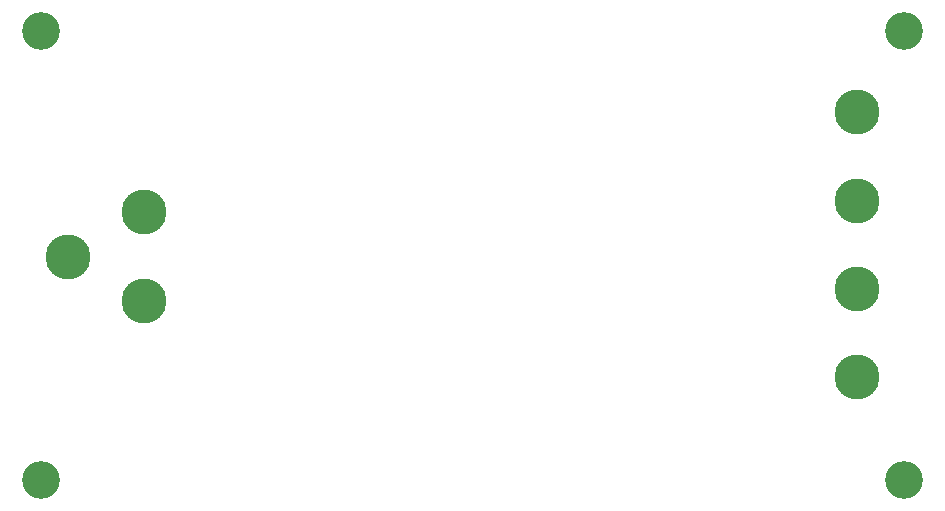
<source format=gbr>
%TF.GenerationSoftware,KiCad,Pcbnew,(5.1.8-0-10_14)*%
%TF.CreationDate,2022-04-27T14:31:31-05:00*%
%TF.ProjectId,PowerBoard,506f7765-7242-46f6-9172-642e6b696361,rev?*%
%TF.SameCoordinates,Original*%
%TF.FileFunction,Soldermask,Bot*%
%TF.FilePolarity,Negative*%
%FSLAX46Y46*%
G04 Gerber Fmt 4.6, Leading zero omitted, Abs format (unit mm)*
G04 Created by KiCad (PCBNEW (5.1.8-0-10_14)) date 2022-04-27 14:31:31*
%MOMM*%
%LPD*%
G01*
G04 APERTURE LIST*
%ADD10C,3.800000*%
%ADD11C,3.200000*%
G04 APERTURE END LIST*
D10*
%TO.C,+15*%
X116408200Y-71992066D03*
%TD*%
D11*
%TO.C,H4*%
X47365800Y-95627400D03*
%TD*%
%TO.C,H3*%
X120365800Y-57627400D03*
%TD*%
%TO.C,H2*%
X120365800Y-95627400D03*
%TD*%
%TO.C,H1*%
X47365800Y-57627400D03*
%TD*%
D10*
%TO.C,GNDA*%
X116408200Y-79468132D03*
%TD*%
%TO.C,GND*%
X49580800Y-76720700D03*
%TD*%
%TO.C,-17*%
X56032400Y-80492600D03*
%TD*%
%TO.C,-15*%
X116408200Y-86944200D03*
%TD*%
%TO.C,+17*%
X56032400Y-72948800D03*
%TD*%
%TO.C,+9*%
X116408200Y-64516000D03*
%TD*%
M02*

</source>
